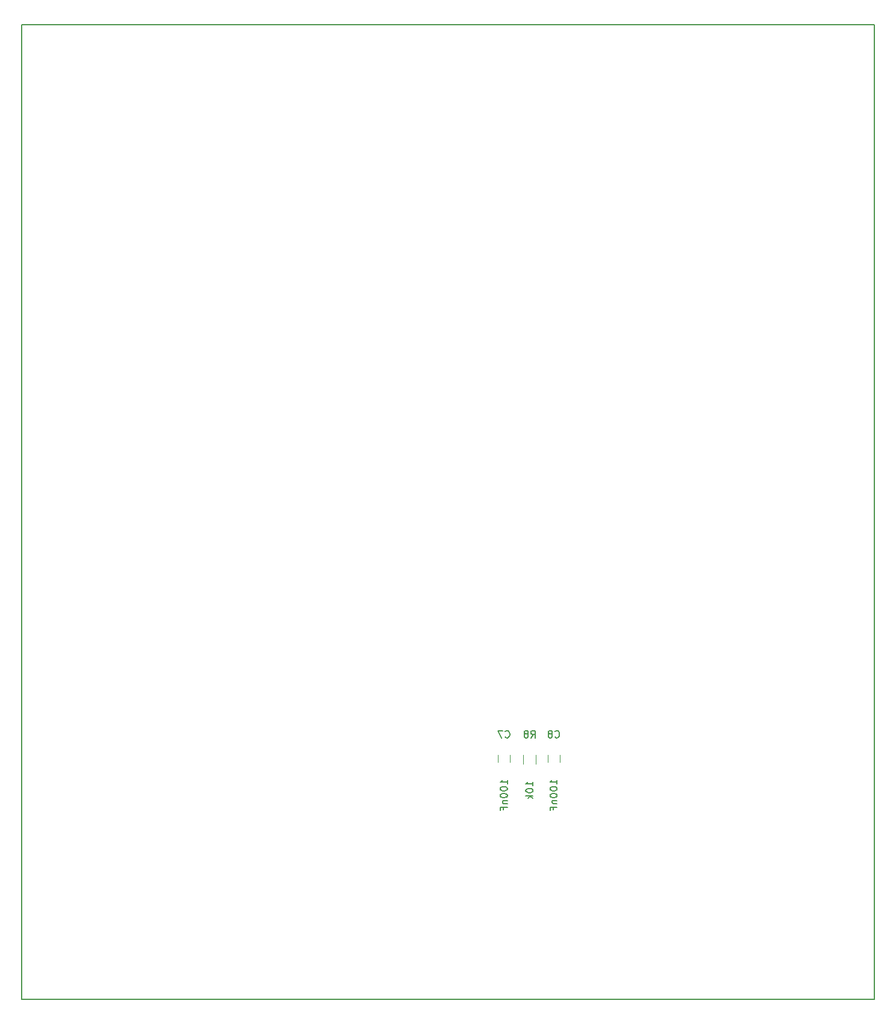
<source format=gbr>
%TF.GenerationSoftware,KiCad,Pcbnew,(5.0.1-3-g963ef8bb5)*%
%TF.CreationDate,2019-03-05T20:33:43+01:00*%
%TF.ProjectId,KaJUSBhub,4B614A5553426875622E6B696361645F,0.1*%
%TF.SameCoordinates,Original*%
%TF.FileFunction,Legend,Bot*%
%TF.FilePolarity,Positive*%
%FSLAX46Y46*%
G04 Gerber Fmt 4.6, Leading zero omitted, Abs format (unit mm)*
G04 Created by KiCad (PCBNEW (5.0.1-3-g963ef8bb5)) date Dienstag, 05. März 2019 um 20:33:43*
%MOMM*%
%LPD*%
G01*
G04 APERTURE LIST*
%ADD10C,0.150000*%
%ADD11C,0.120000*%
G04 APERTURE END LIST*
D10*
X100000000Y-157000000D02*
X100000000Y-20000000D01*
X220000000Y-157000000D02*
X100000000Y-157000000D01*
X100000000Y-20000000D02*
X220000000Y-20000000D01*
X220000000Y-20000000D02*
X220000000Y-157000000D01*
D11*
%TO.C,C7*%
X167050000Y-123700000D02*
X167050000Y-122700000D01*
X168750000Y-122700000D02*
X168750000Y-123700000D01*
%TO.C,R8*%
X172380000Y-123900000D02*
X172380000Y-122700000D01*
X170620000Y-122700000D02*
X170620000Y-123900000D01*
%TO.C,C8*%
X174050000Y-123700000D02*
X174050000Y-122700000D01*
X175750000Y-122700000D02*
X175750000Y-123700000D01*
%TD*%
%TO.C,C7*%
D10*
X168066666Y-120157142D02*
X168114285Y-120204761D01*
X168257142Y-120252380D01*
X168352380Y-120252380D01*
X168495238Y-120204761D01*
X168590476Y-120109523D01*
X168638095Y-120014285D01*
X168685714Y-119823809D01*
X168685714Y-119680952D01*
X168638095Y-119490476D01*
X168590476Y-119395238D01*
X168495238Y-119300000D01*
X168352380Y-119252380D01*
X168257142Y-119252380D01*
X168114285Y-119300000D01*
X168066666Y-119347619D01*
X167733333Y-119252380D02*
X167066666Y-119252380D01*
X167495238Y-120252380D01*
X168352380Y-126752380D02*
X168352380Y-126180952D01*
X168352380Y-126466666D02*
X167352380Y-126466666D01*
X167495238Y-126371428D01*
X167590476Y-126276190D01*
X167638095Y-126180952D01*
X167352380Y-127371428D02*
X167352380Y-127466666D01*
X167400000Y-127561904D01*
X167447619Y-127609523D01*
X167542857Y-127657142D01*
X167733333Y-127704761D01*
X167971428Y-127704761D01*
X168161904Y-127657142D01*
X168257142Y-127609523D01*
X168304761Y-127561904D01*
X168352380Y-127466666D01*
X168352380Y-127371428D01*
X168304761Y-127276190D01*
X168257142Y-127228571D01*
X168161904Y-127180952D01*
X167971428Y-127133333D01*
X167733333Y-127133333D01*
X167542857Y-127180952D01*
X167447619Y-127228571D01*
X167400000Y-127276190D01*
X167352380Y-127371428D01*
X167352380Y-128323809D02*
X167352380Y-128419047D01*
X167400000Y-128514285D01*
X167447619Y-128561904D01*
X167542857Y-128609523D01*
X167733333Y-128657142D01*
X167971428Y-128657142D01*
X168161904Y-128609523D01*
X168257142Y-128561904D01*
X168304761Y-128514285D01*
X168352380Y-128419047D01*
X168352380Y-128323809D01*
X168304761Y-128228571D01*
X168257142Y-128180952D01*
X168161904Y-128133333D01*
X167971428Y-128085714D01*
X167733333Y-128085714D01*
X167542857Y-128133333D01*
X167447619Y-128180952D01*
X167400000Y-128228571D01*
X167352380Y-128323809D01*
X167685714Y-129085714D02*
X168352380Y-129085714D01*
X167780952Y-129085714D02*
X167733333Y-129133333D01*
X167685714Y-129228571D01*
X167685714Y-129371428D01*
X167733333Y-129466666D01*
X167828571Y-129514285D01*
X168352380Y-129514285D01*
X167828571Y-130323809D02*
X167828571Y-129990476D01*
X168352380Y-129990476D02*
X167352380Y-129990476D01*
X167352380Y-130466666D01*
%TO.C,R8*%
X171666666Y-120252380D02*
X172000000Y-119776190D01*
X172238095Y-120252380D02*
X172238095Y-119252380D01*
X171857142Y-119252380D01*
X171761904Y-119300000D01*
X171714285Y-119347619D01*
X171666666Y-119442857D01*
X171666666Y-119585714D01*
X171714285Y-119680952D01*
X171761904Y-119728571D01*
X171857142Y-119776190D01*
X172238095Y-119776190D01*
X171095238Y-119680952D02*
X171190476Y-119633333D01*
X171238095Y-119585714D01*
X171285714Y-119490476D01*
X171285714Y-119442857D01*
X171238095Y-119347619D01*
X171190476Y-119300000D01*
X171095238Y-119252380D01*
X170904761Y-119252380D01*
X170809523Y-119300000D01*
X170761904Y-119347619D01*
X170714285Y-119442857D01*
X170714285Y-119490476D01*
X170761904Y-119585714D01*
X170809523Y-119633333D01*
X170904761Y-119680952D01*
X171095238Y-119680952D01*
X171190476Y-119728571D01*
X171238095Y-119776190D01*
X171285714Y-119871428D01*
X171285714Y-120061904D01*
X171238095Y-120157142D01*
X171190476Y-120204761D01*
X171095238Y-120252380D01*
X170904761Y-120252380D01*
X170809523Y-120204761D01*
X170761904Y-120157142D01*
X170714285Y-120061904D01*
X170714285Y-119871428D01*
X170761904Y-119776190D01*
X170809523Y-119728571D01*
X170904761Y-119680952D01*
X171952380Y-127004761D02*
X171952380Y-126433333D01*
X171952380Y-126719047D02*
X170952380Y-126719047D01*
X171095238Y-126623809D01*
X171190476Y-126528571D01*
X171238095Y-126433333D01*
X170952380Y-127623809D02*
X170952380Y-127719047D01*
X171000000Y-127814285D01*
X171047619Y-127861904D01*
X171142857Y-127909523D01*
X171333333Y-127957142D01*
X171571428Y-127957142D01*
X171761904Y-127909523D01*
X171857142Y-127861904D01*
X171904761Y-127814285D01*
X171952380Y-127719047D01*
X171952380Y-127623809D01*
X171904761Y-127528571D01*
X171857142Y-127480952D01*
X171761904Y-127433333D01*
X171571428Y-127385714D01*
X171333333Y-127385714D01*
X171142857Y-127433333D01*
X171047619Y-127480952D01*
X171000000Y-127528571D01*
X170952380Y-127623809D01*
X171952380Y-128385714D02*
X170952380Y-128385714D01*
X171571428Y-128480952D02*
X171952380Y-128766666D01*
X171285714Y-128766666D02*
X171666666Y-128385714D01*
%TO.C,C8*%
X175066666Y-120157142D02*
X175114285Y-120204761D01*
X175257142Y-120252380D01*
X175352380Y-120252380D01*
X175495238Y-120204761D01*
X175590476Y-120109523D01*
X175638095Y-120014285D01*
X175685714Y-119823809D01*
X175685714Y-119680952D01*
X175638095Y-119490476D01*
X175590476Y-119395238D01*
X175495238Y-119300000D01*
X175352380Y-119252380D01*
X175257142Y-119252380D01*
X175114285Y-119300000D01*
X175066666Y-119347619D01*
X174495238Y-119680952D02*
X174590476Y-119633333D01*
X174638095Y-119585714D01*
X174685714Y-119490476D01*
X174685714Y-119442857D01*
X174638095Y-119347619D01*
X174590476Y-119300000D01*
X174495238Y-119252380D01*
X174304761Y-119252380D01*
X174209523Y-119300000D01*
X174161904Y-119347619D01*
X174114285Y-119442857D01*
X174114285Y-119490476D01*
X174161904Y-119585714D01*
X174209523Y-119633333D01*
X174304761Y-119680952D01*
X174495238Y-119680952D01*
X174590476Y-119728571D01*
X174638095Y-119776190D01*
X174685714Y-119871428D01*
X174685714Y-120061904D01*
X174638095Y-120157142D01*
X174590476Y-120204761D01*
X174495238Y-120252380D01*
X174304761Y-120252380D01*
X174209523Y-120204761D01*
X174161904Y-120157142D01*
X174114285Y-120061904D01*
X174114285Y-119871428D01*
X174161904Y-119776190D01*
X174209523Y-119728571D01*
X174304761Y-119680952D01*
X175352380Y-126752380D02*
X175352380Y-126180952D01*
X175352380Y-126466666D02*
X174352380Y-126466666D01*
X174495238Y-126371428D01*
X174590476Y-126276190D01*
X174638095Y-126180952D01*
X174352380Y-127371428D02*
X174352380Y-127466666D01*
X174400000Y-127561904D01*
X174447619Y-127609523D01*
X174542857Y-127657142D01*
X174733333Y-127704761D01*
X174971428Y-127704761D01*
X175161904Y-127657142D01*
X175257142Y-127609523D01*
X175304761Y-127561904D01*
X175352380Y-127466666D01*
X175352380Y-127371428D01*
X175304761Y-127276190D01*
X175257142Y-127228571D01*
X175161904Y-127180952D01*
X174971428Y-127133333D01*
X174733333Y-127133333D01*
X174542857Y-127180952D01*
X174447619Y-127228571D01*
X174400000Y-127276190D01*
X174352380Y-127371428D01*
X174352380Y-128323809D02*
X174352380Y-128419047D01*
X174400000Y-128514285D01*
X174447619Y-128561904D01*
X174542857Y-128609523D01*
X174733333Y-128657142D01*
X174971428Y-128657142D01*
X175161904Y-128609523D01*
X175257142Y-128561904D01*
X175304761Y-128514285D01*
X175352380Y-128419047D01*
X175352380Y-128323809D01*
X175304761Y-128228571D01*
X175257142Y-128180952D01*
X175161904Y-128133333D01*
X174971428Y-128085714D01*
X174733333Y-128085714D01*
X174542857Y-128133333D01*
X174447619Y-128180952D01*
X174400000Y-128228571D01*
X174352380Y-128323809D01*
X174685714Y-129085714D02*
X175352380Y-129085714D01*
X174780952Y-129085714D02*
X174733333Y-129133333D01*
X174685714Y-129228571D01*
X174685714Y-129371428D01*
X174733333Y-129466666D01*
X174828571Y-129514285D01*
X175352380Y-129514285D01*
X174828571Y-130323809D02*
X174828571Y-129990476D01*
X175352380Y-129990476D02*
X174352380Y-129990476D01*
X174352380Y-130466666D01*
%TD*%
M02*

</source>
